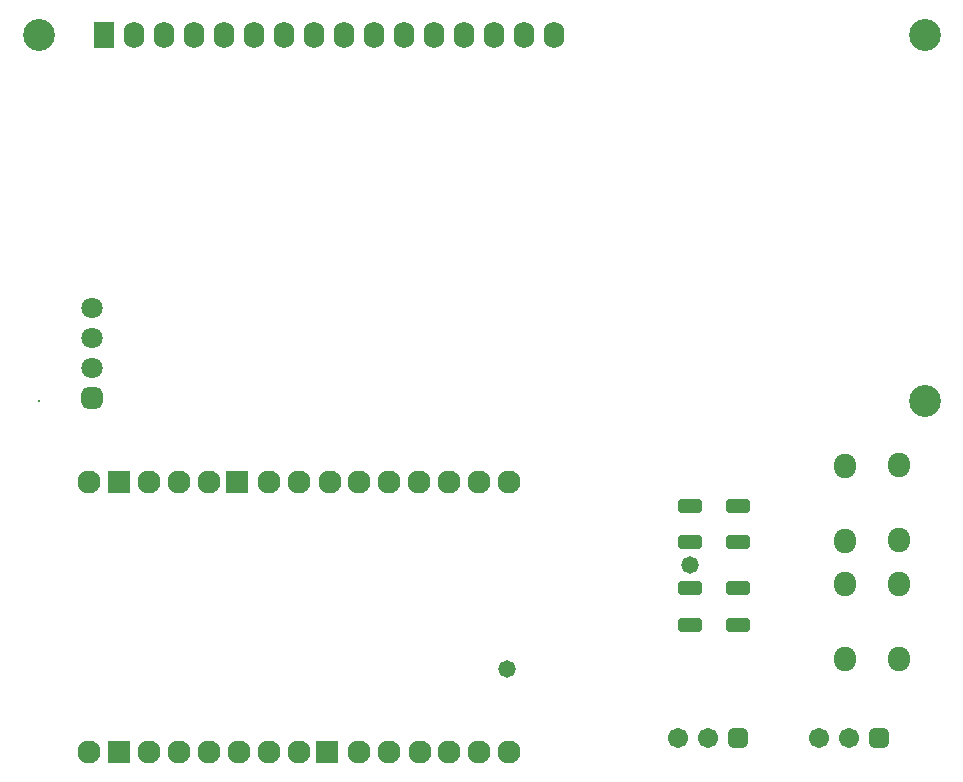
<source format=gts>
G04*
G04 #@! TF.GenerationSoftware,Altium Limited,Altium Designer,21.3.2 (30)*
G04*
G04 Layer_Color=8388736*
%FSTAX24Y24*%
%MOIN*%
G70*
G04*
G04 #@! TF.SameCoordinates,A37B9459-F8AB-407D-A7BE-2EDF921DF0BE*
G04*
G04*
G04 #@! TF.FilePolarity,Negative*
G04*
G01*
G75*
G04:AMPARAMS|DCode=15|XSize=82.8mil|YSize=47.4mil|CornerRadius=13.8mil|HoleSize=0mil|Usage=FLASHONLY|Rotation=0.000|XOffset=0mil|YOffset=0mil|HoleType=Round|Shape=RoundedRectangle|*
%AMROUNDEDRECTD15*
21,1,0.0828,0.0197,0,0,0.0*
21,1,0.0551,0.0474,0,0,0.0*
1,1,0.0277,0.0276,-0.0098*
1,1,0.0277,-0.0276,-0.0098*
1,1,0.0277,-0.0276,0.0098*
1,1,0.0277,0.0276,0.0098*
%
%ADD15ROUNDEDRECTD15*%
%ADD16O,0.0730X0.0830*%
G04:AMPARAMS|DCode=17|XSize=67.1mil|YSize=67.1mil|CornerRadius=18.8mil|HoleSize=0mil|Usage=FLASHONLY|Rotation=180.000|XOffset=0mil|YOffset=0mil|HoleType=Round|Shape=RoundedRectangle|*
%AMROUNDEDRECTD17*
21,1,0.0671,0.0295,0,0,180.0*
21,1,0.0295,0.0671,0,0,180.0*
1,1,0.0375,-0.0148,0.0148*
1,1,0.0375,0.0148,0.0148*
1,1,0.0375,0.0148,-0.0148*
1,1,0.0375,-0.0148,-0.0148*
%
%ADD17ROUNDEDRECTD17*%
%ADD18C,0.0671*%
%ADD19C,0.0770*%
%ADD20R,0.0770X0.0770*%
G04:AMPARAMS|DCode=21|XSize=71mil|YSize=71mil|CornerRadius=19.7mil|HoleSize=0mil|Usage=FLASHONLY|Rotation=90.000|XOffset=0mil|YOffset=0mil|HoleType=Round|Shape=RoundedRectangle|*
%AMROUNDEDRECTD21*
21,1,0.0710,0.0315,0,0,90.0*
21,1,0.0315,0.0710,0,0,90.0*
1,1,0.0395,0.0157,0.0157*
1,1,0.0395,0.0157,-0.0157*
1,1,0.0395,-0.0157,-0.0157*
1,1,0.0395,-0.0157,0.0157*
%
%ADD21ROUNDEDRECTD21*%
%ADD22C,0.0710*%
%ADD23C,0.0080*%
%ADD24C,0.1064*%
%ADD25O,0.0680X0.0880*%
%ADD26R,0.0680X0.0880*%
%ADD27C,0.0580*%
D15*
X040997Y02879D02*
D03*
Y03001D02*
D03*
X0394Y02604D02*
D03*
Y02726D02*
D03*
X040997D02*
D03*
Y02604D02*
D03*
X0394Y02879D02*
D03*
Y03001D02*
D03*
D16*
X04457Y02489D02*
D03*
X04635Y0249D02*
D03*
X04634Y0274D02*
D03*
X04457Y02739D02*
D03*
Y02884D02*
D03*
X04635Y02885D02*
D03*
X04634Y03135D02*
D03*
X04457Y03134D02*
D03*
D17*
X0457Y02225D02*
D03*
X041D02*
D03*
D18*
X0447D02*
D03*
X0437D02*
D03*
X04D02*
D03*
X039D02*
D03*
D19*
X02835Y0218D02*
D03*
X02935D02*
D03*
X0304D02*
D03*
X03135D02*
D03*
X03235D02*
D03*
X03335D02*
D03*
X02635D02*
D03*
X02535D02*
D03*
X02435D02*
D03*
X02135D02*
D03*
X02235D02*
D03*
X02335D02*
D03*
X01935D02*
D03*
X02835Y0308D02*
D03*
X02935D02*
D03*
X03035D02*
D03*
X03135D02*
D03*
X03235D02*
D03*
X03335D02*
D03*
X0274D02*
D03*
X02635D02*
D03*
X02535D02*
D03*
X02135D02*
D03*
X02235D02*
D03*
X02335D02*
D03*
X01935D02*
D03*
D20*
X0273Y0218D02*
D03*
X02035D02*
D03*
X0243Y0308D02*
D03*
X02035D02*
D03*
D21*
X01945Y0336D02*
D03*
D22*
Y0346D02*
D03*
Y0356D02*
D03*
Y0366D02*
D03*
D23*
X017684Y033495D02*
D03*
D24*
X047212D02*
D03*
Y0457D02*
D03*
X017684D02*
D03*
D25*
X03485D02*
D03*
X03385D02*
D03*
X03285D02*
D03*
X03185D02*
D03*
X03085D02*
D03*
X02985D02*
D03*
X02885D02*
D03*
X02785D02*
D03*
X02685D02*
D03*
X02585D02*
D03*
X02485D02*
D03*
X02385D02*
D03*
X02285D02*
D03*
X02185D02*
D03*
X02085D02*
D03*
D26*
X01985D02*
D03*
D27*
X0333Y02455D02*
D03*
X0394Y02802D02*
D03*
M02*

</source>
